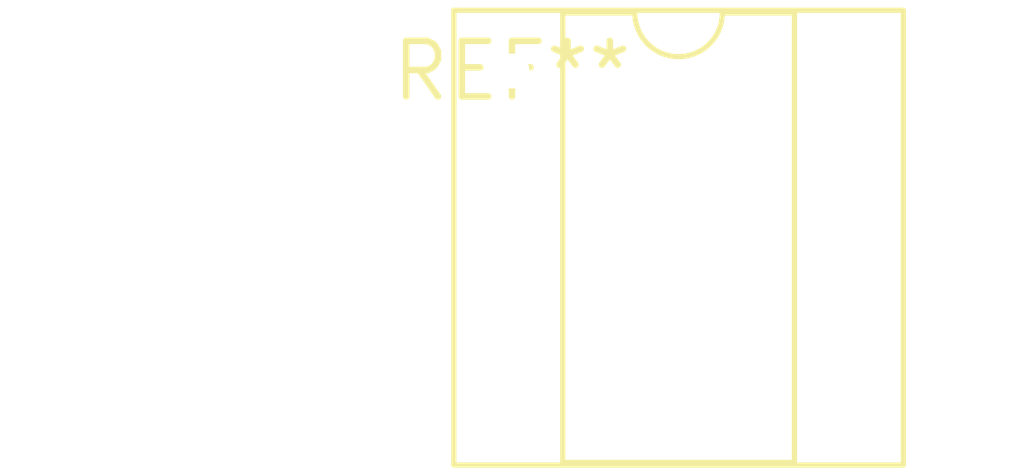
<source format=kicad_pcb>
(kicad_pcb (version 20240108) (generator pcbnew)
  (layers (0 "F.Cu" signal) (31 "B.Cu" signal) (34 "B.Paste" user) (35 "F.Paste" user) (36 "B.SilkS" user "B.Silkscreen") (37 "F.SilkS" user "F.Silkscreen") (38 "B.Mask" user) (39 "F.Mask" user) (44 "Edge.Cuts" user))
  (net 0 "")
  (footprint "DIP-8_W7.62mm_Socket" (layer "F.Cu") (at 0 0)
    (property "Reference" "REF**")
    (property "Value" "DIP-8_W7.62mm_Socket")
    (fp_line (start -1.33 -1.39) (end -1.33 9.01) (layer "F.SilkS") (stroke (width 0.12)))
    (fp_line (start -1.33 9.01) (end 8.95 9.01) (layer "F.SilkS") (stroke (width 0.12)))
    (fp_line (start 1.16 -1.33) (end 1.16 8.95) (layer "F.SilkS") (stroke (width 0.12)))
    (fp_line (start 1.16 8.95) (end 6.46 8.95) (layer "F.SilkS") (stroke (width 0.12)))
    (fp_line (start 2.81 -1.33) (end 1.16 -1.33) (layer "F.SilkS") (stroke (width 0.12)))
    (fp_line (start 6.46 -1.33) (end 4.81 -1.33) (layer "F.SilkS") (stroke (width 0.12)))
    (fp_line (start 6.46 8.95) (end 6.46 -1.33) (layer "F.SilkS") (stroke (width 0.12)))
    (fp_line (start 8.95 -1.39) (end -1.33 -1.39) (layer "F.SilkS") (stroke (width 0.12)))
    (fp_line (start 8.95 9.01) (end 8.95 -1.39) (layer "F.SilkS") (stroke (width 0.12)))
    (fp_arc (start 4.81 -1.33) (mid 3.81 -0.33) (end 2.81 -1.33) (layer "F.SilkS") (stroke (width 0.12)))
    (pad "1" thru_hole rect (at 0 0) (size 1.6 1.6) (drill 0.8) (layers *.Cu *.Mask) (remove_unused_layers))
    (pad "2" thru_hole oval (at 0 2.54) (size 1.6 1.6) (drill 0.8) (layers *.Cu *.Mask) (remove_unused_layers))
    (pad "3" thru_hole oval (at 0 5.08) (size 1.6 1.6) (drill 0.8) (layers *.Cu *.Mask) (remove_unused_layers))
    (pad "4" thru_hole oval (at 0 7.62) (size 1.6 1.6) (drill 0.8) (layers *.Cu *.Mask) (remove_unused_layers))
    (pad "5" thru_hole oval (at 7.62 7.62) (size 1.6 1.6) (drill 0.8) (layers *.Cu *.Mask) (remove_unused_layers))
    (pad "6" thru_hole oval (at 7.62 5.08) (size 1.6 1.6) (drill 0.8) (layers *.Cu *.Mask) (remove_unused_layers))
    (pad "7" thru_hole oval (at 7.62 2.54) (size 1.6 1.6) (drill 0.8) (layers *.Cu *.Mask) (remove_unused_layers))
    (pad "8" thru_hole oval (at 7.62 0) (size 1.6 1.6) (drill 0.8) (layers *.Cu *.Mask) (remove_unused_layers))
  )
)
</source>
